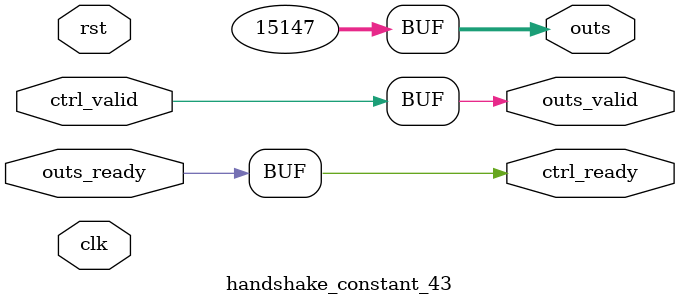
<source format=v>
`timescale 1ns / 1ps
module handshake_constant_43 #(
  parameter DATA_WIDTH = 32  // Default set to 32 bits
) (
  input                       clk,
  input                       rst,
  // Input Channel
  input                       ctrl_valid,
  output                      ctrl_ready,
  // Output Channel
  output [DATA_WIDTH - 1 : 0] outs,
  output                      outs_valid,
  input                       outs_ready
);
  assign outs       = 14'b11101100101011;
  assign outs_valid = ctrl_valid;
  assign ctrl_ready = outs_ready;

endmodule

</source>
